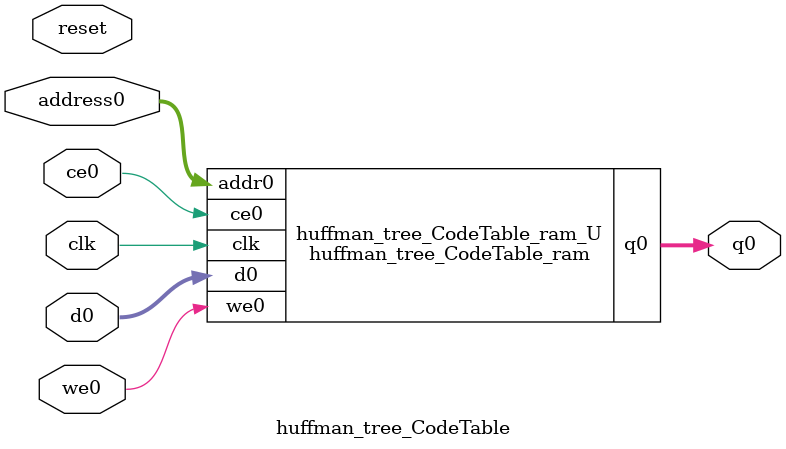
<source format=v>

`timescale 1 ns / 1 ps
module huffman_tree_CodeTable_ram (addr0, ce0, d0, we0, q0,  clk);

parameter DWIDTH = 9;
parameter AWIDTH = 9;
parameter MEM_SIZE = 512;

input[AWIDTH-1:0] addr0;
input ce0;
input[DWIDTH-1:0] d0;
input we0;
output reg[DWIDTH-1:0] q0;
input clk;

(* ram_style = "block" *)reg [DWIDTH-1:0] ram[MEM_SIZE-1:0];




always @(posedge clk)  
begin 
    if (ce0) 
    begin
        if (we0) 
        begin 
            ram[addr0] <= d0; 
            q0 <= d0;
        end 
        else 
            q0 <= ram[addr0];
    end
end


endmodule


`timescale 1 ns / 1 ps
module huffman_tree_CodeTable(
    reset,
    clk,
    address0,
    ce0,
    we0,
    d0,
    q0);

parameter DataWidth = 32'd9;
parameter AddressRange = 32'd512;
parameter AddressWidth = 32'd9;
input reset;
input clk;
input[AddressWidth - 1:0] address0;
input ce0;
input we0;
input[DataWidth - 1:0] d0;
output[DataWidth - 1:0] q0;



huffman_tree_CodeTable_ram huffman_tree_CodeTable_ram_U(
    .clk( clk ),
    .addr0( address0 ),
    .ce0( ce0 ),
    .d0( d0 ),
    .we0( we0 ),
    .q0( q0 ));

endmodule


</source>
